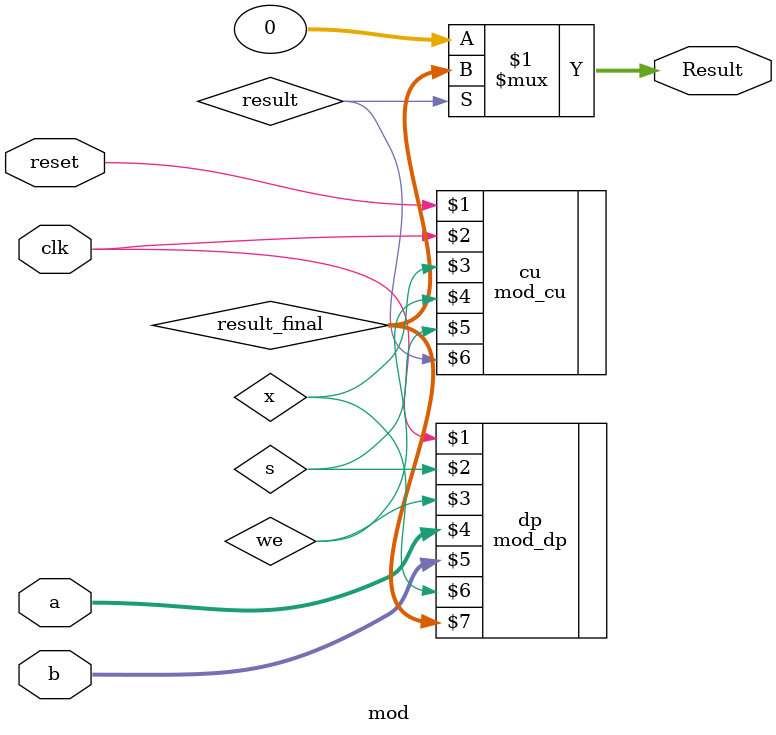
<source format=v>
module mod (
    output [31:0] Result,
    input clk,
    input reset,
    input [31:0] a,
    input [31:0] b
);
	 wire s, x, we, result;
	 wire [31:0] result_final;
	 
mod_cu cu(
	reset,
	clk,
	x,   
	we,
	s,
	result   
);

 mod_dp dp(
	clk,
	s,
	we,
	a,
	b,
	x,
   result_final
);

	 assign Result = result ? result_final : 32'b0;

endmodule

</source>
